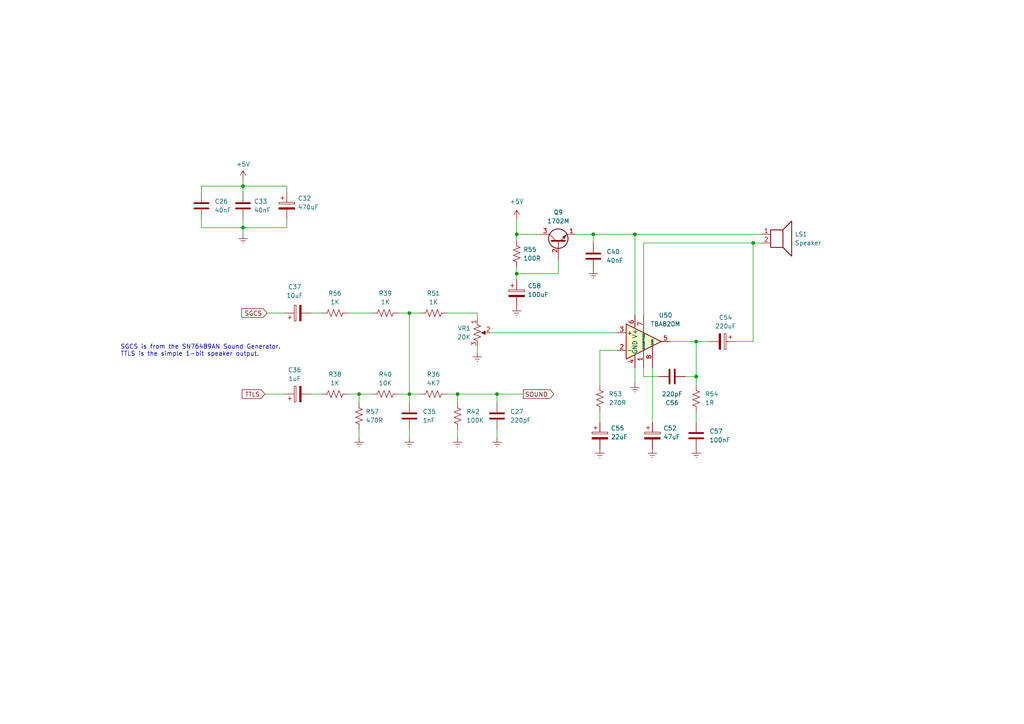
<source format=kicad_sch>
(kicad_sch (version 20230121) (generator eeschema)
  (paper "A4")
  (title_block (title "Dick Smith Cat Linear Board (PAL Version)") (date "1984") (company "Video Technology, Ltd.") (comment 2 "Schematic Redrawn by Rhys Weatherley") (comment 3 "Sound Output"))
  (lib_symbols
    (symbol "Amplifier_Audio:LM386" (pin_names (offset 0.127))
      (property "Reference" "U" (at 1.27 7.62 0))
      (property "Value" "LM386" (at 1.27 5.08 0))
      (symbol "LM386_0_1"
        (polyline (pts (xy 5.08 0) (xy -5.08 5.08) (xy -5.08 -5.08) (xy 5.08 0)) (stroke (width 0.254)) (fill (type background)))
      )
      (symbol "LM386_1_1"
        (pin input line (at 0 -7.62 90) (length 5.08) (name "GAIN") (number "1"))
        (pin input line (at -7.62 -2.54 0) (length 2.54) (name "-") (number "2"))
        (pin input line (at -7.62 2.54 0) (length 2.54) (name "+") (number "3"))
        (pin power_in line (at -2.54 -7.62 90) (length 3.81) (name "GND") (number "4"))
        (pin output line (at 7.62 0 180) (length 2.54) (name "~") (number "5"))
        (pin power_in line (at -2.54 7.62 270) (length 3.81) (name "V+") (number "6"))
        (pin input line (at 0 7.62 270) (length 5.08) (name "BYPASS") (number "7"))
        (pin input line (at 2.54 -7.62 90) (length 6.35) (name "GAIN") (number "8"))
      )
    )
    (symbol "Device:C" (pin_numbers hide) (pin_names (offset 0.254))
      (property "Reference" "C" (at 0.635 2.54 0))
      (property "Value" "C" (at 0.635 -2.54 0))
      (symbol "C_0_1"
        (polyline (pts (xy -2.032 -0.762) (xy 2.032 -0.762)) (stroke (width 0.508)))
        (polyline (pts (xy -2.032 0.762) (xy 2.032 0.762)) (stroke (width 0.508)))
      )
      (symbol "C_1_1"
        (pin passive line (at 0 3.81 270) (length 2.794) (name "~") (number "1"))
        (pin passive line (at 0 -3.81 90) (length 2.794) (name "~") (number "2"))
      )
    )
    (symbol "Device:C_Polarized" (pin_numbers hide) (pin_names (offset 0.254))
      (property "Reference" "C" (at 0.635 2.54 0))
      (property "Value" "C_Polarized" (at 0.635 -2.54 0))
      (symbol "C_Polarized_0_1"
        (rectangle (start -2.286 0.508) (end 2.286 1.016))
        (polyline (pts (xy -1.778 2.286) (xy -0.762 2.286)))
        (polyline (pts (xy -1.27 2.794) (xy -1.27 1.778)))
        (rectangle (start 2.286 -0.508) (end -2.286 -1.016) (fill (type outline)))
      )
      (symbol "C_Polarized_1_1"
        (pin passive line (at 0 3.81 270) (length 2.794) (name "~") (number "1"))
        (pin passive line (at 0 -3.81 90) (length 2.794) (name "~") (number "2"))
      )
    )
    (symbol "Device:Q_NPN_EBC" (pin_names (offset 0) hide)
      (property "Reference" "Q" (at 5.08 1.27 0))
      (property "Value" "Q_NPN_EBC" (at 5.08 -1.27 0))
      (symbol "Q_NPN_EBC_0_1"
        (polyline (pts (xy 0.635 0.635) (xy 2.54 2.54)))
        (polyline (pts (xy 0.635 -0.635) (xy 2.54 -2.54) (xy 2.54 -2.54)))
        (polyline (pts (xy 0.635 1.905) (xy 0.635 -1.905) (xy 0.635 -1.905)) (stroke (width 0.508)))
        (polyline (pts (xy 1.27 -1.778) (xy 1.778 -1.27) (xy 2.286 -2.286) (xy 1.27 -1.778) (xy 1.27 -1.778)) (fill (type outline)))
        (circle (center 1.27 0) (radius 2.8194) (stroke (width 0.254)))
      )
      (symbol "Q_NPN_EBC_1_1"
        (pin passive line (at 2.54 -5.08 90) (length 2.54) (name "E") (number "1"))
        (pin passive line (at -5.08 0 0) (length 5.715) (name "B") (number "2"))
        (pin passive line (at 2.54 5.08 270) (length 2.54) (name "C") (number "3"))
      )
    )
    (symbol "Device:R_Potentiometer_US" (pin_names (offset 1.016) hide)
      (property "Reference" "RV" (at -4.445 0 90))
      (property "Value" "R_Potentiometer_US" (at -2.54 0 90))
      (symbol "R_Potentiometer_US_0_1"
        (polyline (pts (xy 0 -2.286) (xy 0 -2.54)))
        (polyline (pts (xy 0 2.54) (xy 0 2.286)))
        (polyline (pts (xy 2.54 0) (xy 1.524 0)))
        (polyline (pts (xy 1.143 0) (xy 2.286 0.508) (xy 2.286 -0.508) (xy 1.143 0)) (fill (type outline)))
        (polyline (pts (xy 0 -0.762) (xy 1.016 -1.143) (xy 0 -1.524) (xy -1.016 -1.905) (xy 0 -2.286)))
        (polyline (pts (xy 0 0.762) (xy 1.016 0.381) (xy 0 0) (xy -1.016 -0.381) (xy 0 -0.762)))
        (polyline (pts (xy 0 2.286) (xy 1.016 1.905) (xy 0 1.524) (xy -1.016 1.143) (xy 0 0.762)))
      )
      (symbol "R_Potentiometer_US_1_1"
        (pin passive line (at 0 3.81 270) (length 1.27) (name "1") (number "1"))
        (pin passive line (at 3.81 0 180) (length 1.27) (name "2") (number "2"))
        (pin passive line (at 0 -3.81 90) (length 1.27) (name "3") (number "3"))
      )
    )
    (symbol "Device:R_US" (pin_numbers hide) (pin_names (offset 0))
      (property "Reference" "R" (at 2.54 0 90))
      (property "Value" "R_US" (at -2.54 0 90))
      (symbol "R_US_0_1"
        (polyline (pts (xy 0 -2.286) (xy 0 -2.54)))
        (polyline (pts (xy 0 2.286) (xy 0 2.54)))
        (polyline (pts (xy 0 -0.762) (xy 1.016 -1.143) (xy 0 -1.524) (xy -1.016 -1.905) (xy 0 -2.286)))
        (polyline (pts (xy 0 0.762) (xy 1.016 0.381) (xy 0 0) (xy -1.016 -0.381) (xy 0 -0.762)))
        (polyline (pts (xy 0 2.286) (xy 1.016 1.905) (xy 0 1.524) (xy -1.016 1.143) (xy 0 0.762)))
      )
      (symbol "R_US_1_1"
        (pin passive line (at 0 3.81 270) (length 1.27) (name "~") (number "1"))
        (pin passive line (at 0 -3.81 90) (length 1.27) (name "~") (number "2"))
      )
    )
    (symbol "Device:Speaker" (pin_names (offset 0) hide)
      (property "Reference" "LS" (at 1.27 5.715 0))
      (property "Value" "Speaker" (at 1.27 3.81 0))
      (symbol "Speaker_0_0"
        (rectangle (start -2.54 1.27) (end 1.016 -3.81) (stroke (width 0.254)))
        (polyline (pts (xy 1.016 1.27) (xy 3.556 3.81) (xy 3.556 -6.35) (xy 1.016 -3.81)) (stroke (width 0.254)))
      )
      (symbol "Speaker_1_1"
        (pin input line (at -5.08 0 0) (length 2.54) (name "1") (number "1"))
        (pin input line (at -5.08 -2.54 0) (length 2.54) (name "2") (number "2"))
      )
    )
    (symbol "power:+5V" (power) (pin_names (offset 0))
      (property "Value" "+5V" (at 0 3.556 0))
      (symbol "+5V_0_1"
        (polyline (pts (xy -0.762 1.27) (xy 0 2.54)))
        (polyline (pts (xy 0 0) (xy 0 2.54)))
        (polyline (pts (xy 0 2.54) (xy 0.762 1.27)))
      )
      (symbol "+5V_1_1"
        (pin power_in line (at 0 0 90) (length 0) hide (name "+5V") (number "1"))
      )
    )
    (symbol "power:Earth" (power) (pin_names (offset 0))
      (symbol "Earth_0_1"
        (polyline (pts (xy -0.635 -1.905) (xy 0.635 -1.905)))
        (polyline (pts (xy -0.127 -2.54) (xy 0.127 -2.54)))
        (polyline (pts (xy 0 -1.27) (xy 0 0)))
        (polyline (pts (xy 1.27 -1.27) (xy -1.27 -1.27)))
      )
      (symbol "Earth_1_1"
        (pin power_in line (at 0 0 270) (length 0) hide (name "Earth") (number "1"))
      )
    )
  )
  (junction (at 201.93 99.06))
  (junction (at 201.93 109.22))
  (junction (at 70.485 53.975))
  (junction (at 218.44 70.485))
  (junction (at 149.86 79.375))
  (junction (at 144.145 114.3))
  (junction (at 172.085 67.945))
  (junction (at 149.86 67.945))
  (junction (at 118.745 90.805))
  (junction (at 70.485 66.04))
  (junction (at 132.715 114.3))
  (junction (at 118.745 114.3))
  (junction (at 104.14 114.3))
  (junction (at 184.15 67.945))
  (wire (pts (xy 76.835 114.3) (xy 82.55 114.3)))
  (wire (pts (xy 132.715 114.3) (xy 144.145 114.3)))
  (wire (pts (xy 189.23 106.68) (xy 189.23 122.555)))
  (wire (pts (xy 218.44 70.485) (xy 220.98 70.485)))
  (wire (pts (xy 70.485 53.975) (xy 58.42 53.975)))
  (wire (pts (xy 132.715 114.3) (xy 132.715 116.84)))
  (wire (pts (xy 149.86 63.5) (xy 149.86 67.945)))
  (wire (pts (xy 70.485 66.04) (xy 70.485 67.945)))
  (wire (pts (xy 104.14 114.3) (xy 107.95 114.3)))
  (wire (pts (xy 186.69 109.22) (xy 186.69 106.68)))
  (wire (pts (xy 149.86 67.945) (xy 156.845 67.945)))
  (wire (pts (xy 149.86 67.945) (xy 149.86 69.85)))
  (wire (pts (xy 201.93 119.38) (xy 201.93 122.555)))
  (wire (pts (xy 194.31 99.06) (xy 201.93 99.06)))
  (wire (pts (xy 184.15 91.44) (xy 184.15 67.945)))
  (wire (pts (xy 104.14 114.3) (xy 104.14 116.84)))
  (wire (pts (xy 104.14 124.46) (xy 104.14 127)))
  (wire (pts (xy 173.99 101.6) (xy 179.07 101.6)))
  (wire (pts (xy 132.715 124.46) (xy 132.715 127)))
  (wire (pts (xy 173.99 119.38) (xy 173.99 122.555)))
  (wire (pts (xy 100.965 114.3) (xy 104.14 114.3)))
  (wire (pts (xy 191.135 109.22) (xy 186.69 109.22)))
  (wire (pts (xy 186.69 91.44) (xy 186.69 70.485)))
  (wire (pts (xy 201.93 109.22) (xy 201.93 111.76)))
  (wire (pts (xy 144.145 116.84) (xy 144.145 114.3)))
  (wire (pts (xy 70.485 66.04) (xy 83.185 66.04)))
  (wire (pts (xy 184.15 67.945) (xy 172.085 67.945)))
  (wire (pts (xy 149.86 77.47) (xy 149.86 79.375)))
  (wire (pts (xy 58.42 53.975) (xy 58.42 55.88)))
  (wire (pts (xy 201.93 99.06) (xy 201.93 109.22)))
  (wire (pts (xy 129.54 90.805) (xy 138.43 90.805)))
  (wire (pts (xy 184.15 106.68) (xy 184.15 111.125)))
  (wire (pts (xy 129.54 114.3) (xy 132.715 114.3)))
  (wire (pts (xy 90.17 114.3) (xy 93.345 114.3)))
  (wire (pts (xy 58.42 63.5) (xy 58.42 66.04)))
  (wire (pts (xy 118.745 114.3) (xy 115.57 114.3)))
  (wire (pts (xy 118.745 124.46) (xy 118.745 127)))
  (wire (pts (xy 184.15 67.945) (xy 220.98 67.945)))
  (wire (pts (xy 90.17 90.805) (xy 93.345 90.805)))
  (wire (pts (xy 70.485 52.07) (xy 70.485 53.975)))
  (wire (pts (xy 186.69 70.485) (xy 218.44 70.485)))
  (wire (pts (xy 121.92 90.805) (xy 118.745 90.805)))
  (wire (pts (xy 161.925 79.375) (xy 161.925 75.565)))
  (wire (pts (xy 77.47 90.805) (xy 82.55 90.805)))
  (wire (pts (xy 173.99 111.76) (xy 173.99 101.6)))
  (wire (pts (xy 142.24 96.52) (xy 179.07 96.52)))
  (wire (pts (xy 149.86 79.375) (xy 161.925 79.375)))
  (wire (pts (xy 213.36 99.06) (xy 218.44 99.06)))
  (wire (pts (xy 118.745 90.805) (xy 118.745 114.3)))
  (wire (pts (xy 83.185 55.88) (xy 83.185 53.975)))
  (wire (pts (xy 58.42 66.04) (xy 70.485 66.04)))
  (wire (pts (xy 70.485 63.5) (xy 70.485 66.04)))
  (wire (pts (xy 172.085 67.945) (xy 172.085 70.485)))
  (wire (pts (xy 201.93 99.06) (xy 205.74 99.06)))
  (wire (pts (xy 144.145 114.3) (xy 151.765 114.3)))
  (wire (pts (xy 83.185 66.04) (xy 83.185 63.5)))
  (wire (pts (xy 70.485 53.975) (xy 70.485 55.88)))
  (wire (pts (xy 149.86 79.375) (xy 149.86 81.28)))
  (wire (pts (xy 118.745 114.3) (xy 121.92 114.3)))
  (wire (pts (xy 167.005 67.945) (xy 172.085 67.945)))
  (wire (pts (xy 144.145 124.46) (xy 144.145 127)))
  (wire (pts (xy 83.185 53.975) (xy 70.485 53.975)))
  (wire (pts (xy 118.745 116.84) (xy 118.745 114.3)))
  (wire (pts (xy 138.43 100.33) (xy 138.43 102.235)))
  (wire (pts (xy 115.57 90.805) (xy 118.745 90.805)))
  (wire (pts (xy 100.965 90.805) (xy 107.95 90.805)))
  (wire (pts (xy 218.44 99.06) (xy 218.44 70.485)))
  (wire (pts (xy 138.43 90.805) (xy 138.43 92.71)))
  (wire (pts (xy 198.755 109.22) (xy 201.93 109.22)))
  (text "SGCS is from the SN76489AN Sound Generator.\nTTLS is the simple 1-bit speaker output." (at 34.925 103.505 0) (effects (font (size 1.27 1.27)) (justify left bottom)))
  (global_label "SOUND" (shape output) (at 151.765 114.3 0) (property "Intersheetrefs" "${INTERSHEET_REFS}" (effects hide)))
  (global_label "TTLS" (shape input) (at 76.835 114.3 180) (property "Intersheetrefs" "${INTERSHEET_REFS}" (effects hide)))
  (global_label "SGCS" (shape input) (at 77.47 90.805 180) (property "Intersheetrefs" "${INTERSHEET_REFS}" (effects hide)))
  (symbol (lib_id "Device:C_Polarized") (at 209.55 99.06 270) (unit 1)
    (property "Reference" "C54" (at 210.439 92.075 90))
    (property "Value" "220uF" (at 210.439 94.615 90))
  )
  (symbol (lib_id "Device:R_US") (at 111.76 114.3 90) (unit 1)
    (property "Reference" "R40" (at 111.76 108.585 90))
    (property "Value" "10K" (at 111.76 111.125 90))
    (property "Footprint" "Resistor_THT:R_Axial_DIN0207_L6.3mm_D2.5mm_P7.62mm_Horizontal" (effects hide))
  )
  (symbol (lib_id "Device:C") (at 118.745 120.65 0) (unit 1)
    (property "Reference" "C35" (at 122.555 119.38 0) (effects (justify left)))
    (property "Value" "1nF" (at 122.555 121.92 0) (effects (justify left)))
    (property "Footprint" "Capacitor_THT:C_Disc_D5.0mm_W2.5mm_P5.00mm" (effects hide))
  )
  (symbol (lib_id "Device:R_US") (at 149.86 73.66 0) (unit 1)
    (property "Reference" "R55" (at 151.765 72.39 0) (effects (justify left)))
    (property "Value" "100R" (at 151.765 74.93 0) (effects (justify left)))
    (property "Footprint" "Resistor_THT:R_Axial_DIN0207_L6.3mm_D2.5mm_P7.62mm_Horizontal" (effects hide))
  )
  (symbol (lib_id "Device:R_US") (at 97.155 90.805 90) (unit 1)
    (property "Reference" "R56" (at 97.155 85.09 90))
    (property "Value" "1K" (at 97.155 87.63 90))
    (property "Footprint" "Resistor_THT:R_Axial_DIN0207_L6.3mm_D2.5mm_P7.62mm_Horizontal" (effects hide))
  )
  (symbol (lib_id "power:Earth") (at 132.715 127 0) (unit 1)
    (property "Reference" "#PWR027" (effects hide))
    (property "Value" "Earth" (effects hide))
  )
  (symbol (lib_id "Device:R_US") (at 201.93 115.57 0) (unit 1)
    (property "Reference" "R54" (at 204.47 114.3 0) (effects (justify left)))
    (property "Value" "1R" (at 204.47 116.84 0) (effects (justify left)))
    (property "Footprint" "Resistor_THT:R_Axial_DIN0207_L6.3mm_D2.5mm_P7.62mm_Horizontal" (effects hide))
  )
  (symbol (lib_id "power:Earth") (at 144.145 127 0) (unit 1)
    (property "Reference" "#PWR028" (effects hide))
    (property "Value" "Earth" (effects hide))
  )
  (symbol (lib_id "Device:R_Potentiometer_US") (at 138.43 96.52 0) (unit 1)
    (property "Reference" "VR1" (at 136.525 95.25 0) (effects (justify right)))
    (property "Value" "20K" (at 136.525 97.79 0) (effects (justify right)))
  )
  (symbol (lib_id "Device:C") (at 70.485 59.69 0) (unit 1)
    (property "Reference" "C33" (at 73.66 58.42 0) (effects (justify left)))
    (property "Value" "40nF" (at 73.66 60.96 0) (effects (justify left)))
    (property "Footprint" "Capacitor_THT:C_Disc_D5.0mm_W2.5mm_P5.00mm" (effects hide))
  )
  (symbol (lib_id "Device:C") (at 58.42 59.69 0) (unit 1)
    (property "Reference" "C26" (at 62.23 58.42 0) (effects (justify left)))
    (property "Value" "40nF" (at 62.23 60.96 0) (effects (justify left)))
    (property "Footprint" "Capacitor_THT:C_Disc_D5.0mm_W2.5mm_P5.00mm" (effects hide))
  )
  (symbol (lib_id "Device:R_US") (at 173.99 115.57 0) (unit 1)
    (property "Reference" "R53" (at 176.53 114.3 0) (effects (justify left)))
    (property "Value" "270R" (at 176.53 116.84 0) (effects (justify left)))
    (property "Footprint" "Resistor_THT:R_Axial_DIN0207_L6.3mm_D2.5mm_P7.62mm_Horizontal" (effects hide))
  )
  (symbol (lib_id "Device:R_US") (at 125.73 90.805 90) (unit 1)
    (property "Reference" "R51" (at 125.73 85.09 90))
    (property "Value" "1K" (at 125.73 87.63 90))
    (property "Footprint" "Resistor_THT:R_Axial_DIN0207_L6.3mm_D2.5mm_P7.62mm_Horizontal" (effects hide))
  )
  (symbol (lib_id "Device:C") (at 201.93 126.365 0) (unit 1)
    (property "Reference" "C57" (at 205.74 125.095 0) (effects (justify left)))
    (property "Value" "100nF" (at 205.74 127.635 0) (effects (justify left)))
    (property "Footprint" "Capacitor_THT:C_Disc_D5.0mm_W2.5mm_P5.00mm" (effects hide))
  )
  (symbol (lib_id "Device:C_Polarized") (at 86.36 114.3 90) (unit 1)
    (property "Reference" "C36" (at 85.471 107.315 90))
    (property "Value" "1uF" (at 85.471 109.855 90))
  )
  (symbol (lib_id "power:+5V") (at 149.86 63.5 0) (unit 1)
    (property "Reference" "#PWR030" (effects hide))
    (property "Value" "+5V" (at 149.86 58.42 0))
  )
  (symbol (lib_id "power:Earth") (at 104.14 127 0) (unit 1)
    (property "Reference" "#PWR025" (effects hide))
    (property "Value" "Earth" (effects hide))
  )
  (symbol (lib_id "power:Earth") (at 184.15 111.125 0) (unit 1)
    (property "Reference" "#PWR035" (effects hide))
    (property "Value" "Earth" (effects hide))
  )
  (symbol (lib_id "Device:C_Polarized") (at 83.185 59.69 0) (unit 1)
    (property "Reference" "C32" (at 86.36 57.531 0) (effects (justify left)))
    (property "Value" "470uF" (at 86.36 60.071 0) (effects (justify left)))
  )
  (symbol (lib_id "power:Earth") (at 173.99 130.175 0) (unit 1)
    (property "Reference" "#PWR036" (effects hide))
    (property "Value" "Earth" (effects hide))
  )
  (symbol (lib_id "Device:R_US") (at 111.76 90.805 90) (unit 1)
    (property "Reference" "R39" (at 111.76 85.09 90))
    (property "Value" "1K" (at 111.76 87.63 90))
    (property "Footprint" "Resistor_THT:R_Axial_DIN0207_L6.3mm_D2.5mm_P7.62mm_Horizontal" (effects hide))
  )
  (symbol (lib_id "Device:R_US") (at 125.73 114.3 90) (unit 1)
    (property "Reference" "R36" (at 125.73 108.585 90))
    (property "Value" "4K7" (at 125.73 111.125 90))
    (property "Footprint" "Resistor_THT:R_Axial_DIN0207_L6.3mm_D2.5mm_P7.62mm_Horizontal" (effects hide))
  )
  (symbol (lib_id "Device:C_Polarized") (at 189.23 126.365 0) (unit 1)
    (property "Reference" "C52" (at 192.405 124.206 0) (effects (justify left)))
    (property "Value" "47uF" (at 192.405 126.746 0) (effects (justify left)))
  )
  (symbol (lib_id "Device:C_Polarized") (at 173.99 126.365 0) (unit 1)
    (property "Reference" "C55" (at 177.165 124.206 0) (effects (justify left)))
    (property "Value" "22uF" (at 177.165 126.746 0) (effects (justify left)))
  )
  (symbol (lib_id "power:+5V") (at 70.485 52.07 0) (unit 1)
    (property "Reference" "#PWR024" (effects hide))
    (property "Value" "+5V" (at 70.485 47.625 0))
  )
  (symbol (lib_id "Device:C") (at 144.145 120.65 0) (unit 1)
    (property "Reference" "C27" (at 147.955 119.38 0) (effects (justify left)))
    (property "Value" "220pF" (at 147.955 121.92 0) (effects (justify left)))
    (property "Footprint" "Capacitor_THT:C_Disc_D5.0mm_W2.5mm_P5.00mm" (effects hide))
  )
  (symbol (lib_id "Device:R_US") (at 132.715 120.65 0) (unit 1)
    (property "Reference" "R42" (at 135.255 119.38 0) (effects (justify left)))
    (property "Value" "100K" (at 135.255 121.92 0) (effects (justify left)))
    (property "Footprint" "Resistor_THT:R_Axial_DIN0207_L6.3mm_D2.5mm_P7.62mm_Horizontal" (effects hide))
  )
  (symbol (lib_id "power:Earth") (at 70.485 67.945 0) (unit 1)
    (property "Reference" "#PWR023" (effects hide))
    (property "Value" "Earth" (effects hide))
  )
  (symbol (lib_id "power:Earth") (at 172.085 78.105 0) (unit 1)
    (property "Reference" "#PWR032" (effects hide))
    (property "Value" "Earth" (effects hide))
  )
  (symbol (lib_id "Device:Q_NPN_EBC") (at 161.925 70.485 90) (unit 1)
    (property "Reference" "Q9" (at 161.925 61.595 90))
    (property "Value" "1702M" (at 161.925 64.135 90))
    (property "Footprint" "Package_TO_SOT_THT:TO-92L_Inline" (effects hide))
  )
  (symbol (lib_id "Device:C_Polarized") (at 149.86 85.09 0) (unit 1)
    (property "Reference" "C58" (at 153.035 82.931 0) (effects (justify left)))
    (property "Value" "100uF" (at 153.035 85.471 0) (effects (justify left)))
  )
  (symbol (lib_id "power:Earth") (at 201.93 130.175 0) (unit 1)
    (property "Reference" "#PWR033" (effects hide))
    (property "Value" "Earth" (effects hide))
  )
  (symbol (lib_id "power:Earth") (at 118.745 127 0) (unit 1)
    (property "Reference" "#PWR026" (effects hide))
    (property "Value" "Earth" (effects hide))
  )
  (symbol (lib_id "Device:C") (at 172.085 74.295 0) (unit 1)
    (property "Reference" "C40" (at 175.895 73.025 0) (effects (justify left)))
    (property "Value" "40nF" (at 175.895 75.565 0) (effects (justify left)))
    (property "Footprint" "Capacitor_THT:C_Disc_D5.0mm_W2.5mm_P5.00mm" (effects hide))
  )
  (symbol (lib_id "Amplifier_Audio:LM386") (at 186.69 99.06 0) (unit 1)
    (property "Reference" "U50" (at 193.04 91.44 0))
    (property "Value" "TBA820M" (at 193.04 93.98 0))
    (property "Datasheet" "http://www.ti.com/lit/ds/symlink/lm386.pdf" (effects hide))
  )
  (symbol (lib_id "power:Earth") (at 149.86 88.9 0) (unit 1)
    (property "Reference" "#PWR031" (effects hide))
    (property "Value" "Earth" (effects hide))
  )
  (symbol (lib_id "Device:R_US") (at 104.14 120.65 0) (unit 1)
    (property "Reference" "R57" (at 106.045 119.38 0) (effects (justify left)))
    (property "Value" "470R" (at 106.045 121.92 0) (effects (justify left)))
    (property "Footprint" "Resistor_THT:R_Axial_DIN0207_L6.3mm_D2.5mm_P7.62mm_Horizontal" (effects hide))
  )
  (symbol (lib_id "Device:C") (at 194.945 109.22 90) (mirror x) (unit 1)
    (property "Reference" "C56" (at 194.945 116.84 90))
    (property "Value" "220pF" (at 194.945 114.3 90))
    (property "Footprint" "Capacitor_THT:C_Disc_D5.0mm_W2.5mm_P5.00mm" (effects hide))
  )
  (symbol (lib_id "power:Earth") (at 138.43 102.235 0) (unit 1)
    (property "Reference" "#PWR029" (effects hide))
    (property "Value" "Earth" (effects hide))
  )
  (symbol (lib_id "Device:Speaker") (at 226.06 67.945 0) (unit 1)
    (property "Reference" "LS1" (at 230.505 67.945 0) (effects (justify left)))
    (property "Value" "Speaker" (at 230.505 70.485 0) (effects (justify left)))
  )
  (symbol (lib_id "Device:R_US") (at 97.155 114.3 90) (unit 1)
    (property "Reference" "R38" (at 97.155 108.585 90))
    (property "Value" "1K" (at 97.155 111.125 90))
    (property "Footprint" "Resistor_THT:R_Axial_DIN0207_L6.3mm_D2.5mm_P7.62mm_Horizontal" (effects hide))
  )
  (symbol (lib_id "Device:C_Polarized") (at 86.36 90.805 90) (unit 1)
    (property "Reference" "C37" (at 85.471 83.185 90))
    (property "Value" "10uF" (at 85.471 85.725 90))
  )
  (symbol (lib_id "power:Earth") (at 189.23 130.175 0) (unit 1)
    (property "Reference" "#PWR034" (effects hide))
    (property "Value" "Earth" (effects hide))
  )
)
</source>
